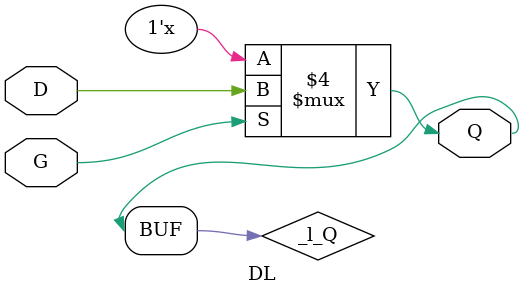
<source format=v>
`ifdef verilator3
`else
`timescale 1 ps / 1 ps
`endif

module DL
#(
    parameter INIT = 1'b0
)
(
    input  G,
    input  D,
    output Q
);

    reg _l_Q;

    initial begin
        _l_Q = INIT;
    end

    always @(G or D) begin
    
        if (G) begin
	        _l_Q = D;
        end
    end

    assign Q = _l_Q;

endmodule

</source>
